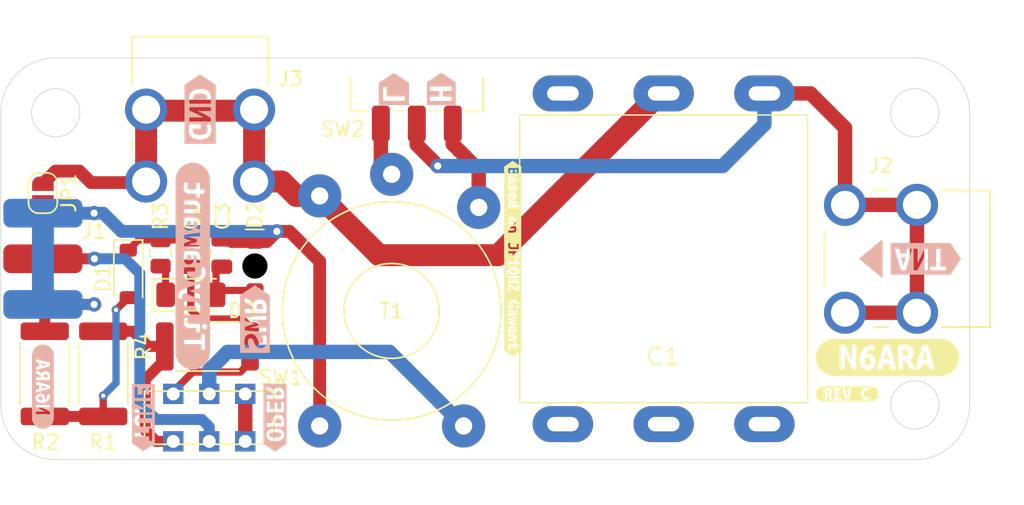
<source format=kicad_pcb>
(kicad_pcb (version 20241229) (generator "pcbnew") (generator_version "9.0")
  (layers (0 "F.Cu" signal) (2 "B.Cu" signal) (13 "F.Paste" user) (15 "B.Paste" user) (5 "F.SilkS" user "F.Silkscreen") (7 "B.SilkS" user "B.Silkscreen") (1 "F.Mask" user) (3 "B.Mask" user) (25 "Edge.Cuts" user))
  (net 0 "")
  (net 1 "GND")
  (net 2 "Net-(J1-In)")
  (net 6 "Net-(J2-1__1)")
  (net 7 "Net-(SW1B-A)")
  (net 8 "Net-(D1-K)")
  (net 9 "Net-(D2-A)")
  (net 10 "Net-(D1-A)")
  (net 11 "Net-(SW1A-A)")
  (net 12 "Net-(SW1A-C)")
  (net 13 "Net-(SW1B-B)")
  (net 14 "Net-(SW2-A)")
  (net 15 "Net-(SW2-C)")
  (net 16 "Net-(D3-K)")
  (net 17 "RFGND")
  (footprint "Gawant:KEYSTONE_7695-3" (layer "F.Cu") (at 124.333 116.586 180)
    (property "Reference" "J3" (at -6.296 4.646 0) (layer "F.SilkS"))
    (property "Value" "7695-3" (hide yes))
    (pad "1" thru_hole circle (at -3.75 -2.5 180) (size 2.925 2.925) (drill 1.95) (layers "*.Cu" "*.Mask") (net 17 "RFGND"))
    (pad "2" thru_hole circle (at 3.75 -2.5 180) (size 2.925 2.925) (drill 1.95) (layers "*.Cu" "*.Mask") (net 17 "RFGND"))
    (pad "3" thru_hole circle (at -3.75 2.5 180) (size 2.925 2.925) (drill 1.95) (layers "*.Cu" "*.Mask") (net 17 "RFGND"))
    (pad "4" thru_hole circle (at 3.75 2.5 180) (size 2.925 2.925) (drill 1.95) (layers "*.Cu" "*.Mask") (net 17 "RFGND"))
  )
  (footprint "Resistor_SMD:R_2512_6332Metric" (layer "F.Cu") (at 117.602 132.461 -90)
    (property "Reference" "R1" (at 4.75 0 0) (layer "F.SilkS"))
    (property "Value" "50")
    (pad "1" smd roundrect (at -2.9625 0 270) (size 1.225 3.35) (layers "F.Cu" "F.Mask" "F.Paste") (roundrect_rratio 0.204082) (net 11 "Net-(SW1A-A)"))
    (pad "2" smd roundrect (at 2.9625 0 270) (size 1.225 3.35) (layers "F.Cu" "F.Mask" "F.Paste") (roundrect_rratio 0.204082) (net 10 "Net-(D1-A)"))
  )
  (footprint "Connector_Coaxial:BNC_Edge" (layer "F.Cu") (at 113.411 124.46)
    (property "Reference" "J1" (at 3.556 -1.905 180) (layer "F.SilkS"))
    (property "Value" "Conn_Coaxial" (hide yes))
    (pad "1" smd roundrect (at 0 0) (size 5.5 2) (layers "F.Cu" "F.Mask" "F.Paste") (net 2 "Net-(J1-In)"))
    (pad "2" smd roundrect (at 0 -3.175) (size 5.5 2) (layers "B.Cu" "B.Mask" "B.Paste") (net 1 "GND"))
    (pad "2" smd roundrect (at 0 3.175) (size 5.5 2) (layers "B.Cu" "B.Mask" "B.Paste") (net 1 "GND"))
  )
  (footprint "Capacitor_SMD:C_0805_2012Metric" (layer "F.Cu") (at 125.84 124.06 90)
    (property "Reference" "C3" (at 2.55 0.05 90) (layer "F.SilkS"))
    (property "Value" "0.01")
    (pad "1" smd roundrect (at -0.95 0 90) (size 1 1.45) (layers "F.Cu" "F.Mask" "F.Paste") (net 9 "Net-(D2-A)"))
    (pad "2" smd roundrect (at 0.95 0 90) (size 1 1.45) (layers "F.Cu" "F.Mask" "F.Paste") (net 1 "GND"))
  )
  (footprint "Transformer_THT:Transformer_Toroid_Horizontal_D14.0mm_Amidon-T50_3_2" (layer "F.Cu") (at 142.64 136.085 90)
    (property "Reference" "T1" (at 8 -5 180) (layer "F.SilkS"))
    (property "Value" "Transformer_1P_SS")
    (pad "1" thru_hole circle (at 0 -10 90) (size 3 3) (drill 1.2) (layers "*.Cu" "*.Mask") (net 1 "GND"))
    (pad "2" thru_hole circle (at 0 0 90) (size 3 3) (drill 1.2) (layers "*.Cu" "*.Mask") (net 13 "Net-(SW1B-B)"))
    (pad "3" thru_hole circle (at 17.5 -5 90) (size 3 3) (drill 1.2) (layers "*.Cu" "*.Mask") (net 15 "Net-(SW2-C)"))
    (pad "4" thru_hole circle (at 15.2 1.05 90) (size 3 3) (drill 1.2) (layers "*.Cu" "*.Mask") (net 14 "Net-(SW2-A)"))
    (pad "5" thru_hole circle (at 16 -10 90) (size 3 3) (drill 1.2) (layers "*.Cu" "*.Mask") (net 17 "RFGND"))
  )
  (footprint "Button_Switch_SMD:SW_SPDT_CK_JS102011SAQN" (layer "F.Cu") (at 139.39 112.31 180)
    (property "Reference" "SW2" (at 5.151 -3.133 0) (layer "F.SilkS"))
    (property "Value" "SW_SPDT")
    (pad "" np_thru_hole circle (at -3.4 0 180) (size 0.9 0.9) (drill 0.9) (layers "*.Cu" "*.Mask"))
    (pad "" np_thru_hole circle (at 3.4 0 180) (size 0.9 0.9) (drill 0.9) (layers "*.Cu" "*.Mask"))
    (pad "1" smd roundrect (at -2.5 -2.75 180) (size 1.25 2.5) (layers "F.Cu" "F.Mask" "F.Paste") (roundrect_rratio 0.2) (net 14 "Net-(SW2-A)"))
    (pad "2" smd roundrect (at 0 -2.75 180) (size 1.25 2.5) (layers "F.Cu" "F.Mask" "F.Paste") (roundrect_rratio 0.2) (net 6 "Net-(J2-1__1)"))
    (pad "3" smd roundrect (at 2.5 -2.75 180) (size 1.25 2.5) (layers "F.Cu" "F.Mask" "F.Paste") (roundrect_rratio 0.2) (net 15 "Net-(SW2-C)"))
  )
  (footprint "kibuzzard-67778075" (layer "F.Cu") (at 146.05 124.46 -90)
    (property "Reference" "kibuzzard-67778075" (hide yes))
    (property "Value" "G***" (hide yes))
  )
  (footprint "TinyGawant:Polyvaricon_Capacitor" (layer "F.Cu") (at 156.54 124.46 180)
    (property "Reference" "C1" (at 0.05 -6.8 0) (layer "F.SilkS") (effects (font (size 1.2 1.2))))
    (property "Value" "~")
    (pad "" np_thru_hole circle (at -7 0 180) (size 3.4 3.4) (drill 3.4) (layers "*.Cu" "*.Mask"))
    (pad "" np_thru_hole circle (at 0 0 180) (size 7 7) (drill 7) (layers "*.Cu" "*.Mask"))
    (pad "" np_thru_hole circle (at 7 0 180) (size 3.4 3.4) (drill 3.4) (layers "*.Cu" "*.Mask"))
    (pad "1" thru_hole oval (at -7 -11.5 180) (size 4.2 2.5) (drill oval 2.2 1) (layers "*.Cu" "*.Mask"))
    (pad "2" thru_hole oval (at 0 -11.5 180) (size 4.2 2.5) (drill oval 2.2 1) (layers "*.Cu" "*.Mask") (net 17 "RFGND"))
    (pad "3" thru_hole oval (at 7 -11.5 180) (size 4.2 2.5) (drill oval 2.2 1) (layers "*.Cu" "*.Mask"))
    (pad "4" thru_hole oval (at -7 11.5 180) (size 4.2 2.5) (drill oval 2.2 1) (layers "*.Cu" "*.Mask") (net 6 "Net-(J2-1__1)"))
    (pad "5" thru_hole oval (at 0 11.5 180) (size 4.2 2.5) (drill oval 2.2 1) (layers "*.Cu" "*.Mask") (net 17 "RFGND"))
    (pad "6" thru_hole oval (at 7 11.5 180) (size 4.2 2.5) (drill oval 2.2 1) (layers "*.Cu" "*.Mask"))
  )
  (footprint "TinyGawant:JS202011AQN" (layer "F.Cu") (at 124.968 135.509)
    (property "Reference" "SW1" (at 4.953 -2.794 0) (layer "F.SilkS"))
    (property "Value" "SW_DPDT_x2" (hide yes))
    (pad "1" thru_hole rect (at -2.5 1.65) (size 1.408 1.408) (drill 0.9) (layers "*.Cu" "*.Mask") (net 11 "Net-(SW1A-A)"))
    (pad "2" thru_hole rect (at 0 1.65) (size 1.408 1.408) (drill 0.9) (layers "*.Cu" "*.Mask") (net 2 "Net-(J1-In)"))
    (pad "3" thru_hole rect (at 2.5 1.65) (size 1.408 1.408) (drill 0.9) (layers "*.Cu" "*.Mask") (net 12 "Net-(SW1A-C)"))
    (pad "4" thru_hole rect (at -2.5 -1.65) (size 1.408 1.408) (drill 0.9) (layers "*.Cu" "*.Mask") (net 7 "Net-(SW1B-A)"))
    (pad "5" thru_hole rect (at 0 -1.65) (size 1.408 1.408) (drill 0.9) (layers "*.Cu" "*.Mask") (net 13 "Net-(SW1B-B)"))
    (pad "6" thru_hole rect (at 2.5 -1.65) (size 1.408 1.408) (drill 0.9) (layers "*.Cu" "*.Mask") (net 12 "Net-(SW1A-C)"))
  )
  (footprint "kibuzzard-69227399" (layer "F.Cu") (at 169.291 133.858)
    (property "Reference" "kibuzzard-69227399" (hide yes))
    (property "Value" "G***" (hide yes))
  )
  (footprint "kibuzzard-677780D3" (layer "F.Cu") (at 172.085 131.318)
    (property "Reference" "kibuzzard-677780D3" (hide yes))
    (property "Value" "G***" (hide yes))
  )
  (footprint "Resistor_SMD:R_0805_2012Metric" (layer "F.Cu") (at 121.59 124.06 -90)
    (property "Reference" "R3" (at -2.55 0 90) (layer "F.SilkS"))
    (property "Value" "1k")
    (pad "1" smd roundrect (at -0.9125 0 270) (size 1.025 1.4) (layers "F.Cu" "F.Mask" "F.Paste") (roundrect_rratio 0.243902) (net 8 "Net-(D1-K)"))
    (pad "2" smd roundrect (at 0.9125 0 270) (size 1.025 1.4) (layers "F.Cu" "F.Mask" "F.Paste") (roundrect_rratio 0.243902) (net 16 "Net-(D3-K)"))
  )
  (footprint "LED_SMD:WL-SMRD-Bottom-Mount" (layer "F.Cu") (at 128.14 124.96 -90)
    (property "Reference" "D2" (at -3.55 0 90) (layer "F.SilkS"))
    (property "Value" "RED")
    (pad "" np_thru_hole circle (at 0 0 270) (size 1.75 1.75) (drill 1.75) (layers "*.Mask"))
    (pad "1" smd roundrect (at -1.7 0 270) (size 1 1.2) (layers "F.Cu" "F.Mask" "F.Paste") (net 1 "GND"))
    (pad "2" smd roundrect (at 1.7 0 270) (size 1 1.2) (layers "F.Cu" "F.Mask" "F.Paste") (net 9 "Net-(D2-A)"))
  )
  (footprint "Resistor_SMD:R_2512_6332Metric" (layer "F.Cu") (at 124.841 130.556 180)
    (property "Reference" "R4" (at 4.445 0 90) (layer "F.SilkS"))
    (property "Value" "50")
    (pad "1" smd roundrect (at -2.9625 0 180) (size 1.225 3.35) (layers "F.Cu" "F.Mask" "F.Paste") (roundrect_rratio 0.204082) (net 7 "Net-(SW1B-A)"))
    (pad "2" smd roundrect (at 2.9625 0 180) (size 1.225 3.35) (layers "F.Cu" "F.Mask" "F.Paste") (roundrect_rratio 0.204082) (net 11 "Net-(SW1A-A)"))
  )
  (footprint "Resistor_SMD:R_2512_6332Metric" (layer "F.Cu") (at 113.538 132.461 90)
    (property "Reference" "R2" (at -4.75 0.05 180) (layer "F.SilkS"))
    (property "Value" "50")
    (pad "1" smd roundrect (at -2.9625 0 90) (size 1.225 3.35) (layers "F.Cu" "F.Mask" "F.Paste") (roundrect_rratio 0.204082) (net 10 "Net-(D1-A)"))
    (pad "2" smd roundrect (at 2.9625 0 90) (size 1.225 3.35) (layers "F.Cu" "F.Mask" "F.Paste") (roundrect_rratio 0.204082) (net 1 "GND"))
  )
  (footprint "Diode_SMD:D_SOD-123" (layer "F.Cu") (at 119.34 125.51 -90)
    (property "Reference" "D1" (at 0.3 1.75 270) (layer "F.SilkS"))
    (property "Value" "750-CDBW46-G")
    (pad "1" smd roundrect (at -1.65 0 270) (size 0.9 1.2) (layers "F.Cu" "F.Mask" "F.Paste") (net 8 "Net-(D1-K)"))
    (pad "2" smd roundrect (at 1.65 0 270) (size 0.9 1.2) (layers "F.Cu" "F.Mask" "F.Paste") (net 10 "Net-(D1-A)"))
  )
  (footprint "Diode_SMD:D_MiniMELF" (layer "F.Cu") (at 123.69 126.96)
    (property "Reference" "D3" (at 3.55 1.1 0) (layer "F.SilkS"))
    (property "Value" "TZMC3V3-GS08")
    (pad "1" smd roundrect (at -1.75 0) (size 1.3 1.7) (layers "F.Cu" "F.Mask" "F.Paste") (roundrect_rratio 0.1923076923) (net 16 "Net-(D3-K)"))
    (pad "2" smd roundrect (at 1.75 0) (size 1.3 1.7) (layers "F.Cu" "F.Mask" "F.Paste") (roundrect_rratio 0.1923076923) (net 9 "Net-(D2-A)"))
  )
  (footprint "Capacitor_SMD:C_0805_2012Metric" (layer "F.Cu") (at 123.69 124.06 90)
    (property "Reference" "C2" (at 2.55 0 90) (layer "F.SilkS"))
    (property "Value" "0.01")
    (pad "1" smd roundrect (at -0.95 0 90) (size 1 1.45) (layers "F.Cu" "F.Mask" "F.Paste") (net 7 "Net-(SW1B-A)"))
    (pad "2" smd roundrect (at 0.95 0 90) (size 1 1.45) (layers "F.Cu" "F.Mask" "F.Paste") (net 8 "Net-(D1-K)"))
  )
  (footprint "Jumper:SolderJumper-2_P1.3mm_Open_RoundedPad1.0x1.5mm" (layer "F.Cu") (at 113.411 119.888 -90)
    (property "Reference" "JP1" (at 0 -1.8 270) (layer "F.SilkS"))
    (property "Value" "Jumper_2_Bridged")
    (pad "1" smd custom (at -0.65 0 270) (size 1 0.5) (layers "F.Cu" "F.Mask") (net 17 "RFGND") (options (clearance outline) (anchor rect)) (primitives (gr_circle (center 0 0.25) (end 0.5 0.25) (width 0) (fill yes)) (gr_circle (center 0 -0.25) (end 0.5 -0.25) (width 0) (fill yes)) (gr_poly (pts (xy 0.5 0.75) (xy 0 0.75) (xy 0 -0.75) (xy 0.5 -0.75)) (width 0) (fill yes))))
    (pad "2" smd custom (at 0.65 0 270) (size 1 0.5) (layers "F.Cu" "F.Mask") (net 1 "GND") (options (clearance outline) (anchor rect)) (primitives (gr_circle (center 0 0.25) (end 0.5 0.25) (width 0) (fill yes)) (gr_circle (center 0 -0.25) (end 0.5 -0.25) (width 0) (fill yes)) (gr_poly (pts (xy 0 0.75) (xy -0.5 0.75) (xy -0.5 -0.75) (xy 0 -0.75)) (width 0) (fill yes))))
  )
  (footprint "Gawant:KEYSTONE_7695-3" (layer "F.Cu") (at 171.64 124.46 90)
    (property "Reference" "J2" (at 6.477 0 180) (layer "F.SilkS"))
    (property "Value" "7695-3" (hide yes))
    (pad "1" thru_hole circle (at -3.75 -2.5 90) (size 2.925 2.925) (drill 1.95) (layers "*.Cu" "*.Mask") (net 6 "Net-(J2-1__1)"))
    (pad "2" thru_hole circle (at 3.75 -2.5 90) (size 2.925 2.925) (drill 1.95) (layers "*.Cu" "*.Mask") (net 6 "Net-(J2-1__1)"))
    (pad "3" thru_hole circle (at -3.75 2.5 90) (size 2.925 2.925) (drill 1.95) (layers "*.Cu" "*.Mask") (net 6 "Net-(J2-1__1)"))
    (pad "4" thru_hole circle (at 3.75 2.5 90) (size 2.925 2.925) (drill 1.95) (layers "*.Cu" "*.Mask") (net 6 "Net-(J2-1__1)"))
  )
  (footprint "kibuzzard-6923ECB0" (layer "B.Cu") (at 174.752 124.46)
    (property "Reference" "kibuzzard-6923ECB0" (hide yes))
    (property "Value" "G***" (hide yes))
  )
  (footprint "kibuzzard-6923F404" (layer "B.Cu") (at 141.097 112.649 90)
    (property "Reference" "kibuzzard-6923F404" (hide yes))
    (property "Value" "G***" (hide yes))
  )
  (footprint "kibuzzard-6923ED1D" (layer "B.Cu") (at 124.333 114.046 90)
    (property "Reference" "kibuzzard-6923ED1D" (hide yes))
    (property "Value" "G***" (hide yes))
  )
  (footprint "kibuzzard-6923F3E6" (layer "B.Cu") (at 137.795 112.649 90)
    (property "Reference" "kibuzzard-6923F3E6" (hide yes))
    (property "Value" "G***" (hide yes))
  )
  (footprint "kibuzzard-692298D5" (layer "B.Cu") (at 129.54 135.509 90)
    (property "Reference" "kibuzzard-692298D5" (hide yes))
    (property "Value" "G***" (hide yes))
  )
  (footprint "kibuzzard-692298E1" (layer "B.Cu") (at 120.396 135.509 90)
    (property "Reference" "kibuzzard-692298E1" (hide yes))
    (property "Value" "G***" (hide yes))
  )
  (footprint "kibuzzard-6922A9F4" (layer "B.Cu") (at 128.143 128.651 90)
    (property "Reference" "kibuzzard-6922A9F4" (hide yes))
    (property "Value" "G***" (hide yes))
  )
  (footprint "kibuzzard-676A6A04" (layer "B.Cu") (at 123.825 124.968 90)
    (property "Reference" "kibuzzard-676A6A04" (hide yes))
    (property "Value" "G***" (hide yes))
  )
  (footprint "kibuzzard-675A8744" (layer "B.Cu") (at 113.411 133.35 90)
    (property "Reference" "kibuzzard-675A8744" (hide yes))
    (property "Value" "G***" (hide yes))
  )
  (gr_poly (pts (xy 170.18 124.46) (xy 171.704 123.19) (xy 171.704 125.720595)) (stroke (width 0.1)) (fill yes) (layer "B.SilkS"))
  (gr_arc (start 114.3 138.43) (mid 111.605923 137.314077) (end 110.49 134.62) (stroke (width 0.05)) (layer "Edge.Cuts"))
  (gr_line (start 177.8 114.3) (end 177.8 134.62) (stroke (width 0.05)) (layer "Edge.Cuts"))
  (gr_line (start 173.99 138.43) (end 114.3 138.43) (stroke (width 0.05)) (layer "Edge.Cuts"))
  (gr_line (start 110.49 134.62) (end 110.49 114.3) (stroke (width 0.05)) (layer "Edge.Cuts"))
  (gr_circle (center 173.99 134.62) (end 175.6664 134.62) (stroke (width 0.05)) (fill no) (layer "Edge.Cuts"))
  (gr_circle (center 114.3 114.3) (end 115.9764 114.3) (stroke (width 0.05)) (fill no) (layer "Edge.Cuts"))
  (gr_circle (center 173.99 114.3) (end 175.6664 114.3) (stroke (width 0.05)) (fill no) (layer "Edge.Cuts"))
  (gr_line (start 114.3 110.49) (end 173.99 110.49) (stroke (width 0.05)) (layer "Edge.Cuts"))
  (gr_arc (start 177.8 134.62) (mid 176.684077 137.314077) (end 173.99 138.43) (stroke (width 0.05)) (layer "Edge.Cuts"))
  (gr_arc (start 110.49 114.3) (mid 111.605923 111.605923) (end 114.3 110.49) (stroke (width 0.05)) (layer "Edge.Cuts"))
  (gr_arc (start 173.99 110.49) (mid 176.684077 111.605923) (end 177.8 114.3) (stroke (width 0.05)) (layer "Edge.Cuts"))
  (segment (start 113.538 128.27) (end 113.538 129.4985) (width 0.762) (layer "F.Cu") (net 1))
  (segment (start 132.64 124.639) (end 130.556 122.555) (width 0.889) (layer "F.Cu") (net 1))
  (segment (start 128.962 123.26) (end 126.528 123.26) (width 0.889) (layer "F.Cu") (net 1))
  (segment (start 130.556 122.555) (end 129.667 122.555) (width 0.889) (layer "F.Cu") (net 1))
  (segment (start 129.667 122.555) (end 128.962 123.26) (width 0.889) (layer "F.Cu") (net 1))
  (segment (start 116.967 121.285) (end 114.158 121.285) (width 0.889) (layer "F.Cu") (net 1))
  (segment (start 114.173 127.635) (end 113.538 128.27) (width 0.762) (layer "F.Cu") (net 1))
  (segment (start 126.528 123.26) (end 126.378 123.11) (width 0.889) (layer "F.Cu") (net 1))
  (segment (start 132.64 136.085) (end 132.64 124.639) (width 0.889) (layer "F.Cu") (net 1))
  (segment (start 114.158 121.285) (end 113.411 120.538) (width 0.889) (layer "F.Cu") (net 1))
  (segment (start 126.378 123.11) (end 125.84 123.11) (width 0.889) (layer "F.Cu") (net 1))
  (segment (start 116.967 127.635) (end 114.173 127.635) (width 0.762) (layer "F.Cu") (net 1))
  (via (at 116.967 121.285) (size 1) (drill 0.5) (layers "F.Cu" "B.Cu") (net 1))
  (via (at 116.967 127.635) (size 1) (drill 0.5) (layers "F.Cu" "B.Cu") (net 1))
  (via (at 129.667 122.555) (size 1) (drill 0.5) (layers "F.Cu" "B.Cu") (net 1))
  (segment (start 113.411 127.635) (end 116.967 127.635) (width 0.762) (layer "B.Cu") (net 1))
  (segment (start 116.967 121.285) (end 113.411 121.285) (width 0.889) (layer "B.Cu") (net 1))
  (segment (start 118.872 122.555) (end 117.602 121.285) (width 0.889) (layer "B.Cu") (net 1))
  (segment (start 117.602 121.285) (end 116.967 121.285) (width 0.889) (layer "B.Cu") (net 1))
  (segment (start 113.411 127.635) (end 113.411 121.285) (width 1.524) (layer "B.Cu") (net 1))
  (segment (start 129.667 122.555) (end 118.872 122.555) (width 0.889) (layer "B.Cu") (net 1))
  (segment (start 116.99 124.46) (end 113.411 124.46) (width 0.762) (layer "F.Cu") (net 2))
  (via (at 116.99 124.46) (size 1) (drill 0.5) (layers "F.Cu" "B.Cu") (net 2))
  (segment (start 124.968 136.144) (end 124.46 135.636) (width 0.762) (layer "B.Cu") (net 2))
  (segment (start 121.285 135.636) (end 120.142 134.493) (width 0.762) (layer "B.Cu") (net 2))
  (segment (start 119.126 124.46) (end 116.99 124.46) (width 0.762) (layer "B.Cu") (net 2))
  (segment (start 124.46 135.636) (end 121.285 135.636) (width 0.762) (layer "B.Cu") (net 2))
  (segment (start 120.142 134.493) (end 120.142 125.476) (width 0.762) (layer "B.Cu") (net 2))
  (segment (start 120.142 125.476) (end 119.126 124.46) (width 0.762) (layer "B.Cu") (net 2))
  (segment (start 124.968 137.159) (end 124.968 136.144) (width 0.762) (layer "B.Cu") (net 2))
  (segment (start 166.74 112.96) (end 169.14 115.36) (width 1) (layer "F.Cu") (net 6))
  (segment (start 163.54 112.96) (end 166.74 112.96) (width 1) (layer "F.Cu") (net 6))
  (segment (start 174.14 128.21) (end 169.14 128.21) (width 1) (layer "F.Cu") (net 6))
  (segment (start 139.39 116.53) (end 139.39 115.06) (width 1) (layer "F.Cu") (net 6))
  (segment (start 174.14 120.71) (end 174.14 128.21) (width 1) (layer "F.Cu") (net 6))
  (segment (start 140.843 118.01) (end 140.843 117.983) (width 1) (layer "F.Cu") (net 6))
  (segment (start 169.14 120.71) (end 174.14 120.71) (width 1) (layer "F.Cu") (net 6))
  (segment (start 169.14 115.36) (end 169.14 120.71) (width 1) (layer "F.Cu") (net 6))
  (segment (start 140.843 117.983) (end 139.39 116.53) (width 1) (layer "F.Cu") (net 6))
  (via (at 140.843 118.01) (size 1) (drill 0.5) (layers "F.Cu" "B.Cu") (net 6))
  (segment (start 160.64 118.01) (end 163.54 115.11) (width 1) (layer "B.Cu") (net 6))
  (segment (start 163.54 115.11) (end 163.54 112.96) (width 1) (layer "B.Cu") (net 6))
  (segment (start 140.843 118.01) (end 160.64 118.01) (width 1) (layer "B.Cu") (net 6))
  (segment (start 122.468 133.859) (end 122.468 133.691) (width 0.508) (layer "F.Cu") (net 7))
  (segment (start 127.254 128.651) (end 124.333 128.651) (width 0.508) (layer "F.Cu") (net 7))
  (segment (start 124.333 128.651) (end 123.69 128.008) (width 0.508) (layer "F.Cu") (net 7))
  (segment (start 127.8035 130.556) (end 127.8035 129.2005) (width 0.508) (layer "F.Cu") (net 7))
  (segment (start 127.8035 129.2005) (end 127.254 128.651) (width 0.508) (layer "F.Cu") (net 7))
  (segment (start 127.127 132.334) (end 127.8035 131.6575) (width 0.508) (layer "F.Cu") (net 7))
  (segment (start 123.825 132.334) (end 127.127 132.334) (width 0.508) (layer "F.Cu") (net 7))
  (segment (start 123.69 128.008) (end 123.69 125.01) (width 0.508) (layer "F.Cu") (net 7))
  (segment (start 127.8035 131.6575) (end 127.8035 130.556) (width 0.508) (layer "F.Cu") (net 7))
  (segment (start 122.468 133.691) (end 123.825 132.334) (width 0.508) (layer "F.Cu") (net 7))
  (segment (start 120.0525 123.1475) (end 119.34 123.86) (width 0.5) (layer "F.Cu") (net 8))
  (segment (start 121.59 123.1475) (end 120.0525 123.1475) (width 0.5) (layer "F.Cu") (net 8))
  (segment (start 123.6525 123.1475) (end 123.69 123.11) (width 0.5) (layer "F.Cu") (net 8))
  (segment (start 121.59 123.1475) (end 123.6525 123.1475) (width 0.5) (layer "F.Cu") (net 8))
  (segment (start 125.74 126.66) (end 125.44 126.96) (width 0.5) (layer "F.Cu") (net 9))
  (segment (start 125.44 125.41) (end 125.84 125.01) (width 0.5) (layer "F.Cu") (net 9))
  (segment (start 125.44 126.96) (end 125.44 125.41) (width 0.5) (layer "F.Cu") (net 9))
  (segment (start 128.14 126.66) (end 125.74 126.66) (width 0.5) (layer "F.Cu") (net 9))
  (segment (start 117.602 133.985) (end 117.602 135.4235) (width 0.508) (layer "F.Cu") (net 10))
  (segment (start 113.538 135.4235) (end 117.602 135.4235) (width 0.762) (layer "F.Cu") (net 10))
  (segment (start 118.491 128.016) (end 119.34 127.167) (width 0.508) (layer "F.Cu") (net 10))
  (segment (start 119.34 127.167) (end 119.34 127.16) (width 0.508) (layer "F.Cu") (net 10))
  (via (at 117.602 133.985) (size 0.6096) (drill 0.3048) (layers "F.Cu" "B.Cu") (net 10))
  (via (at 118.491 128.016) (size 0.6096) (drill 0.3048) (layers "F.Cu" "B.Cu") (net 10))
  (segment (start 118.491 133.096) (end 117.602 133.985) (width 0.508) (layer "B.Cu") (net 10))
  (segment (start 118.491 128.016) (end 118.491 133.096) (width 0.508) (layer "B.Cu") (net 10))
  (segment (start 120.523 132.842) (end 120.523 136.398) (width 0.762) (layer "F.Cu") (net 11))
  (segment (start 121.284 137.159) (end 122.468 137.159) (width 0.762) (layer "F.Cu") (net 11))
  (segment (start 121.8785 130.556) (end 121.8785 131.4865) (width 0.762) (layer "F.Cu") (net 11))
  (segment (start 120.523 136.398) (end 121.284 137.159) (width 0.762) (layer "F.Cu") (net 11))
  (segment (start 121.8785 130.556) (end 120.733 130.556) (width 0.762) (layer "F.Cu") (net 11))
  (segment (start 120.733 130.556) (end 119.6755 129.4985) (width 0.762) (layer "F.Cu") (net 11))
  (segment (start 119.6755 129.4985) (end 117.602 129.4985) (width 0.762) (layer "F.Cu") (net 11))
  (segment (start 121.8785 131.4865) (end 120.523 132.842) (width 0.762) (layer "F.Cu") (net 11))
  (segment (start 127.468 133.859) (end 127.468 137.159) (width 1) (layer "F.Cu") (net 12))
  (segment (start 124.968 132.207) (end 124.968 133.859) (width 1) (layer "B.Cu") (net 13))
  (segment (start 126.238 130.937) (end 124.968 132.207) (width 1) (layer "B.Cu") (net 13))
  (segment (start 137.492 130.937) (end 126.238 130.937) (width 1) (layer "B.Cu") (net 13))
  (segment (start 142.64 136.085) (end 137.492 130.937) (width 1) (layer "B.Cu") (net 13))
  (segment (start 143.69 118.29) (end 141.89 116.49) (width 1) (layer "F.Cu") (net 14))
  (segment (start 143.69 120.885) (end 143.69 118.29) (width 1) (layer "F.Cu") (net 14))
  (segment (start 141.89 116.49) (end 141.89 115.06) (width 1) (layer "F.Cu") (net 14))
  (segment (start 136.89 117.835) (end 137.64 118.585) (width 1) (layer "F.Cu") (net 15))
  (segment (start 136.89 115.06) (end 136.89 117.835) (width 1) (layer "F.Cu") (net 15))
  (segment (start 121.94 126.96) (end 121.94 125.3225) (width 0.5) (layer "F.Cu") (net 16))
  (segment (start 121.94 125.3225) (end 121.59 124.9725) (width 0.5) (layer "F.Cu") (net 16))
  (segment (start 128.083 119.086) (end 130.008 119.086) (width 1.524) (layer "F.Cu") (net 17))
  (segment (start 128.009 114.16) (end 128.083 114.086) (width 1.524) (layer "F.Cu") (net 17))
  (segment (start 128.083 114.086) (end 128.083 119.086) (width 1.524) (layer "F.Cu") (net 17))
  (segment (start 120.509 119.16) (end 116.747 119.16) (width 0.889) (layer "F.Cu") (net 17))
  (segment (start 115.951 118.364) (end 114.285 118.364) (width 0.889) (layer "F.Cu") (net 17))
  (segment (start 156.34 112.96) (end 156.28 112.96) (width 1.524) (layer "F.Cu") (net 17))
  (segment (start 120.583 114.086) (end 120.657 114.16) (width 1.524) (layer "F.Cu") (net 17))
  (segment (start 114.285 118.364) (end 113.411 119.238) (width 0.889) (layer "F.Cu") (net 17))
  (segment (start 130.008 119.086) (end 131.007 120.085) (width 1.524) (layer "F.Cu") (net 17))
  (segment (start 120.583 119.086) (end 120.509 119.16) (width 0.889) (layer "F.Cu") (net 17))
  (segment (start 136.761 124.206) (end 132.64 120.085) (width 1.524) (layer "F.Cu") (net 17))
  (segment (start 120.583 119.086) (end 120.583 114.086) (width 1.524) (layer "F.Cu") (net 17))
  (segment (start 145.034 124.206) (end 136.761 124.206) (width 1.524) (layer "F.Cu") (net 17))
  (segment (start 116.747 119.16) (end 115.951 118.364) (width 0.889) (layer "F.Cu") (net 17))
  (segment (start 156.28 112.96) (end 145.034 124.206) (width 1.524) (layer "F.Cu") (net 17))
  (segment (start 120.657 114.16) (end 128.009 114.16) (width 1.524) (layer "F.Cu") (net 17))
  (segment (start 131.007 120.085) (end 132.64 120.085) (width 1.524) (layer "F.Cu") (net 17))
)
</source>
